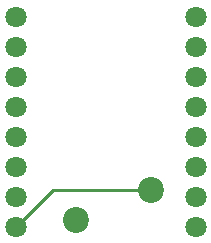
<source format=gbr>
%TF.GenerationSoftware,KiCad,Pcbnew,(6.0.5-0)*%
%TF.CreationDate,2022-06-18T00:50:55+09:00*%
%TF.ProjectId,tinypicokey,74696e79-7069-4636-9f6b-65792e6b6963,rev?*%
%TF.SameCoordinates,Original*%
%TF.FileFunction,Copper,L2,Bot*%
%TF.FilePolarity,Positive*%
%FSLAX46Y46*%
G04 Gerber Fmt 4.6, Leading zero omitted, Abs format (unit mm)*
G04 Created by KiCad (PCBNEW (6.0.5-0)) date 2022-06-18 00:50:55*
%MOMM*%
%LPD*%
G01*
G04 APERTURE LIST*
%TA.AperFunction,ComponentPad*%
%ADD10C,2.200000*%
%TD*%
%TA.AperFunction,ComponentPad*%
%ADD11C,1.800000*%
%TD*%
%TA.AperFunction,Conductor*%
%ADD12C,0.250000*%
%TD*%
G04 APERTURE END LIST*
D10*
%TO.P,SW1,1,1*%
%TO.N,Net-(SW1-Pad1)*%
X99780000Y-96250000D03*
%TO.P,SW1,2,2*%
%TO.N,GND*%
X106130000Y-93710000D03*
%TD*%
D11*
%TO.P,U1,1,VBUS*%
%TO.N,N/C*%
X94680000Y-79060000D03*
%TO.P,U1,2,GND*%
X94680000Y-81600000D03*
%TO.P,U1,3,3V3*%
X94680000Y-84140000D03*
%TO.P,U1,4,GP29*%
X94680000Y-86680000D03*
%TO.P,U1,5,GP28*%
X94680000Y-89220000D03*
%TO.P,U1,6,GP27*%
X94680000Y-91760000D03*
%TO.P,U1,7,GP26*%
X94680000Y-94300000D03*
%TO.P,U1,8,GND*%
%TO.N,GND*%
X94680000Y-96840000D03*
%TO.P,U1,9,GP7*%
%TO.N,N/C*%
X109920000Y-96840000D03*
%TO.P,U1,10,GP6*%
%TO.N,Net-(SW1-Pad1)*%
X109920000Y-94300000D03*
%TO.P,U1,11,GP5*%
%TO.N,N/C*%
X109920000Y-91760000D03*
%TO.P,U1,12,GP4*%
X109920000Y-89220000D03*
%TO.P,U1,13,GP3*%
X109920000Y-86680000D03*
%TO.P,U1,14,GP2*%
X109920000Y-84140000D03*
%TO.P,U1,15,GP1*%
X109920000Y-81600000D03*
%TO.P,U1,16,GP0*%
X109920000Y-79060000D03*
%TD*%
D12*
%TO.N,GND*%
X97810000Y-93710000D02*
X106130000Y-93710000D01*
X97810000Y-93710000D02*
X94680000Y-96840000D01*
%TD*%
M02*

</source>
